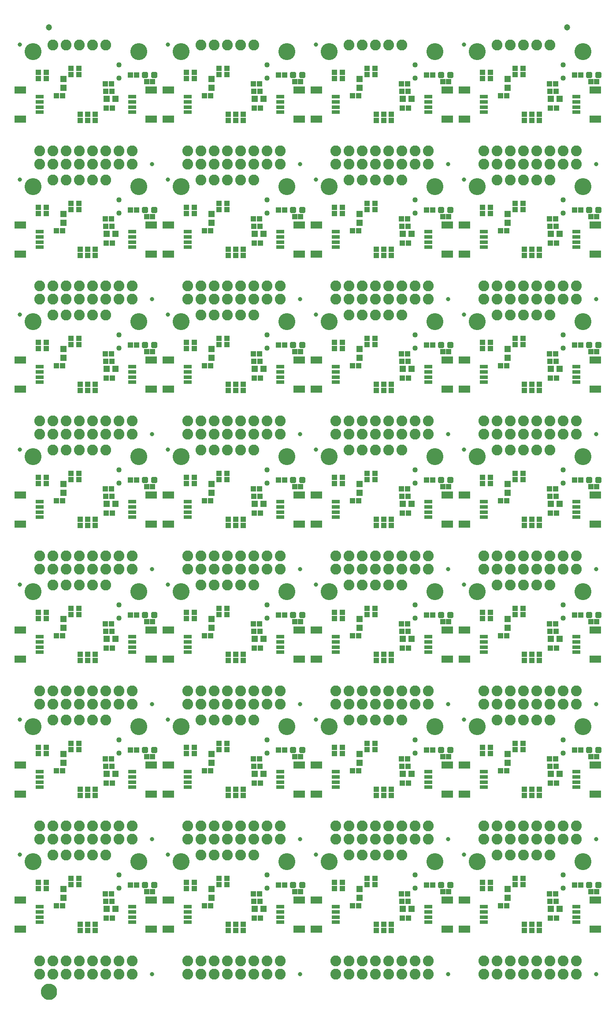
<source format=gbs>
G75*
%MOIN*%
%OFA0B0*%
%FSLAX25Y25*%
%IPPOS*%
%LPD*%
%AMOC8*
5,1,8,0,0,1.08239X$1,22.5*
%
%ADD10R,0.08674X0.05524*%
%ADD11R,0.06115X0.03162*%
%ADD12C,0.08200*%
%ADD13C,0.12800*%
%ADD14C,0.03300*%
%ADD15R,0.04343X0.04146*%
%ADD16R,0.04146X0.04343*%
%ADD17R,0.05131X0.04737*%
%ADD18C,0.01990*%
%ADD19C,0.04000*%
%ADD20R,0.04737X0.05131*%
%ADD21C,0.04737*%
%ADD22C,0.05000*%
%ADD23C,0.06706*%
D10*
X0048873Y0067726D03*
X0048873Y0089774D03*
X0048873Y0169726D03*
X0048873Y0191774D03*
X0048873Y0271726D03*
X0048873Y0293774D03*
X0048873Y0373726D03*
X0048873Y0395774D03*
X0048873Y0475726D03*
X0048873Y0497774D03*
X0048873Y0577726D03*
X0048873Y0599774D03*
X0048873Y0679726D03*
X0048873Y0701774D03*
X0147810Y0701774D03*
X0160873Y0701774D03*
X0160873Y0679726D03*
X0147810Y0679726D03*
X0147810Y0599774D03*
X0160873Y0599774D03*
X0160873Y0577726D03*
X0147810Y0577726D03*
X0147810Y0497774D03*
X0160873Y0497774D03*
X0160873Y0475726D03*
X0147810Y0475726D03*
X0147810Y0395774D03*
X0147810Y0373726D03*
X0160873Y0373726D03*
X0160873Y0395774D03*
X0160873Y0293774D03*
X0147810Y0293774D03*
X0147810Y0271726D03*
X0160873Y0271726D03*
X0160873Y0191774D03*
X0147810Y0191774D03*
X0147810Y0169726D03*
X0160873Y0169726D03*
X0160873Y0089774D03*
X0147810Y0089774D03*
X0147810Y0067726D03*
X0160873Y0067726D03*
X0259810Y0067726D03*
X0272873Y0067726D03*
X0272873Y0089774D03*
X0259810Y0089774D03*
X0259810Y0169726D03*
X0272873Y0169726D03*
X0272873Y0191774D03*
X0259810Y0191774D03*
X0259810Y0271726D03*
X0272873Y0271726D03*
X0272873Y0293774D03*
X0259810Y0293774D03*
X0259810Y0373726D03*
X0259810Y0395774D03*
X0272873Y0395774D03*
X0272873Y0373726D03*
X0272873Y0475726D03*
X0259810Y0475726D03*
X0259810Y0497774D03*
X0272873Y0497774D03*
X0272873Y0577726D03*
X0259810Y0577726D03*
X0259810Y0599774D03*
X0272873Y0599774D03*
X0272873Y0679726D03*
X0259810Y0679726D03*
X0259810Y0701774D03*
X0272873Y0701774D03*
X0371810Y0701774D03*
X0384873Y0701774D03*
X0384873Y0679726D03*
X0371810Y0679726D03*
X0371810Y0599774D03*
X0384873Y0599774D03*
X0384873Y0577726D03*
X0371810Y0577726D03*
X0371810Y0497774D03*
X0384873Y0497774D03*
X0384873Y0475726D03*
X0371810Y0475726D03*
X0371810Y0395774D03*
X0384873Y0395774D03*
X0384873Y0373726D03*
X0371810Y0373726D03*
X0371810Y0293774D03*
X0384873Y0293774D03*
X0384873Y0271726D03*
X0371810Y0271726D03*
X0371810Y0191774D03*
X0384873Y0191774D03*
X0384873Y0169726D03*
X0371810Y0169726D03*
X0371810Y0089774D03*
X0384873Y0089774D03*
X0384873Y0067726D03*
X0371810Y0067726D03*
X0483810Y0067726D03*
X0483810Y0089774D03*
X0483810Y0169726D03*
X0483810Y0191774D03*
X0483810Y0271726D03*
X0483810Y0293774D03*
X0483810Y0373726D03*
X0483810Y0395774D03*
X0483810Y0475726D03*
X0483810Y0497774D03*
X0483810Y0577726D03*
X0483810Y0599774D03*
X0483810Y0679726D03*
X0483810Y0701774D03*
D11*
X0469342Y0696656D03*
X0469342Y0692719D03*
X0469342Y0688781D03*
X0469342Y0684844D03*
X0469342Y0594656D03*
X0469342Y0590719D03*
X0469342Y0586781D03*
X0469342Y0582844D03*
X0399342Y0582844D03*
X0399342Y0586781D03*
X0399342Y0590719D03*
X0399342Y0594656D03*
X0357342Y0594656D03*
X0357342Y0590719D03*
X0357342Y0586781D03*
X0357342Y0582844D03*
X0287342Y0582844D03*
X0287342Y0586781D03*
X0287342Y0590719D03*
X0287342Y0594656D03*
X0245342Y0594656D03*
X0245342Y0590719D03*
X0245342Y0586781D03*
X0245342Y0582844D03*
X0175342Y0582844D03*
X0175342Y0586781D03*
X0175342Y0590719D03*
X0175342Y0594656D03*
X0133342Y0594656D03*
X0133342Y0590719D03*
X0133342Y0586781D03*
X0133342Y0582844D03*
X0063342Y0582844D03*
X0063342Y0586781D03*
X0063342Y0590719D03*
X0063342Y0594656D03*
X0063342Y0684844D03*
X0063342Y0688781D03*
X0063342Y0692719D03*
X0063342Y0696656D03*
X0133342Y0696656D03*
X0133342Y0692719D03*
X0133342Y0688781D03*
X0133342Y0684844D03*
X0175342Y0684844D03*
X0175342Y0688781D03*
X0175342Y0692719D03*
X0175342Y0696656D03*
X0245342Y0696656D03*
X0245342Y0692719D03*
X0245342Y0688781D03*
X0245342Y0684844D03*
X0287342Y0684844D03*
X0287342Y0688781D03*
X0287342Y0692719D03*
X0287342Y0696656D03*
X0357342Y0696656D03*
X0357342Y0692719D03*
X0357342Y0688781D03*
X0357342Y0684844D03*
X0399342Y0684844D03*
X0399342Y0688781D03*
X0399342Y0692719D03*
X0399342Y0696656D03*
X0399342Y0492656D03*
X0399342Y0488719D03*
X0399342Y0484781D03*
X0399342Y0480844D03*
X0357342Y0480844D03*
X0357342Y0484781D03*
X0357342Y0488719D03*
X0357342Y0492656D03*
X0287342Y0492656D03*
X0287342Y0488719D03*
X0287342Y0484781D03*
X0287342Y0480844D03*
X0245342Y0480844D03*
X0245342Y0484781D03*
X0245342Y0488719D03*
X0245342Y0492656D03*
X0175342Y0492656D03*
X0175342Y0488719D03*
X0175342Y0484781D03*
X0175342Y0480844D03*
X0133342Y0480844D03*
X0133342Y0484781D03*
X0133342Y0488719D03*
X0133342Y0492656D03*
X0063342Y0492656D03*
X0063342Y0488719D03*
X0063342Y0484781D03*
X0063342Y0480844D03*
X0063342Y0390656D03*
X0063342Y0386719D03*
X0063342Y0382781D03*
X0063342Y0378844D03*
X0063342Y0288656D03*
X0063342Y0284719D03*
X0063342Y0280781D03*
X0063342Y0276844D03*
X0063342Y0186656D03*
X0063342Y0182719D03*
X0063342Y0178781D03*
X0063342Y0174844D03*
X0063342Y0084656D03*
X0063342Y0080719D03*
X0063342Y0076781D03*
X0063342Y0072844D03*
X0133342Y0072844D03*
X0133342Y0076781D03*
X0133342Y0080719D03*
X0133342Y0084656D03*
X0175342Y0084656D03*
X0175342Y0080719D03*
X0175342Y0076781D03*
X0175342Y0072844D03*
X0245342Y0072844D03*
X0245342Y0076781D03*
X0245342Y0080719D03*
X0245342Y0084656D03*
X0287342Y0084656D03*
X0287342Y0080719D03*
X0287342Y0076781D03*
X0287342Y0072844D03*
X0357342Y0072844D03*
X0357342Y0076781D03*
X0357342Y0080719D03*
X0357342Y0084656D03*
X0399342Y0084656D03*
X0399342Y0080719D03*
X0399342Y0076781D03*
X0399342Y0072844D03*
X0469342Y0072844D03*
X0469342Y0076781D03*
X0469342Y0080719D03*
X0469342Y0084656D03*
X0469342Y0174844D03*
X0469342Y0178781D03*
X0469342Y0182719D03*
X0469342Y0186656D03*
X0469342Y0276844D03*
X0469342Y0280781D03*
X0469342Y0284719D03*
X0469342Y0288656D03*
X0469342Y0378844D03*
X0469342Y0382781D03*
X0469342Y0386719D03*
X0469342Y0390656D03*
X0469342Y0480844D03*
X0469342Y0484781D03*
X0469342Y0488719D03*
X0469342Y0492656D03*
X0399342Y0390656D03*
X0399342Y0386719D03*
X0399342Y0382781D03*
X0399342Y0378844D03*
X0357342Y0378844D03*
X0357342Y0382781D03*
X0357342Y0386719D03*
X0357342Y0390656D03*
X0287342Y0390656D03*
X0287342Y0386719D03*
X0287342Y0382781D03*
X0287342Y0378844D03*
X0245342Y0378844D03*
X0245342Y0382781D03*
X0245342Y0386719D03*
X0245342Y0390656D03*
X0175342Y0390656D03*
X0175342Y0386719D03*
X0175342Y0382781D03*
X0175342Y0378844D03*
X0133342Y0378844D03*
X0133342Y0382781D03*
X0133342Y0386719D03*
X0133342Y0390656D03*
X0133342Y0288656D03*
X0133342Y0284719D03*
X0133342Y0280781D03*
X0133342Y0276844D03*
X0175342Y0276844D03*
X0175342Y0280781D03*
X0175342Y0284719D03*
X0175342Y0288656D03*
X0245342Y0288656D03*
X0245342Y0284719D03*
X0245342Y0280781D03*
X0245342Y0276844D03*
X0287342Y0276844D03*
X0287342Y0280781D03*
X0287342Y0284719D03*
X0287342Y0288656D03*
X0357342Y0288656D03*
X0357342Y0284719D03*
X0357342Y0280781D03*
X0357342Y0276844D03*
X0399342Y0276844D03*
X0399342Y0280781D03*
X0399342Y0284719D03*
X0399342Y0288656D03*
X0399342Y0186656D03*
X0399342Y0182719D03*
X0399342Y0178781D03*
X0399342Y0174844D03*
X0357342Y0174844D03*
X0357342Y0178781D03*
X0357342Y0182719D03*
X0357342Y0186656D03*
X0287342Y0186656D03*
X0287342Y0182719D03*
X0287342Y0178781D03*
X0287342Y0174844D03*
X0245342Y0174844D03*
X0245342Y0178781D03*
X0245342Y0182719D03*
X0245342Y0186656D03*
X0175342Y0186656D03*
X0175342Y0182719D03*
X0175342Y0178781D03*
X0175342Y0174844D03*
X0133342Y0174844D03*
X0133342Y0178781D03*
X0133342Y0182719D03*
X0133342Y0186656D03*
D12*
X0113342Y0225750D03*
X0103342Y0225750D03*
X0093342Y0225750D03*
X0083342Y0225750D03*
X0073342Y0225750D03*
X0073342Y0237750D03*
X0073342Y0247750D03*
X0083342Y0247750D03*
X0093342Y0247750D03*
X0093342Y0237750D03*
X0083342Y0237750D03*
X0103342Y0237750D03*
X0103342Y0247750D03*
X0113342Y0247750D03*
X0123342Y0247750D03*
X0123342Y0237750D03*
X0113342Y0237750D03*
X0133342Y0237750D03*
X0133342Y0247750D03*
X0175342Y0247750D03*
X0175342Y0237750D03*
X0185342Y0237750D03*
X0195342Y0237750D03*
X0195342Y0247750D03*
X0185342Y0247750D03*
X0205342Y0247750D03*
X0205342Y0237750D03*
X0215342Y0237750D03*
X0215342Y0247750D03*
X0225342Y0247750D03*
X0235342Y0247750D03*
X0235342Y0237750D03*
X0225342Y0237750D03*
X0225342Y0225750D03*
X0215342Y0225750D03*
X0205342Y0225750D03*
X0195342Y0225750D03*
X0185342Y0225750D03*
X0185342Y0145750D03*
X0195342Y0145750D03*
X0205342Y0145750D03*
X0215342Y0145750D03*
X0225342Y0145750D03*
X0235342Y0145750D03*
X0245342Y0145750D03*
X0245342Y0135750D03*
X0235342Y0135750D03*
X0225342Y0135750D03*
X0225342Y0123750D03*
X0215342Y0123750D03*
X0215342Y0135750D03*
X0205342Y0135750D03*
X0205342Y0123750D03*
X0195342Y0123750D03*
X0185342Y0123750D03*
X0185342Y0135750D03*
X0195342Y0135750D03*
X0175342Y0135750D03*
X0175342Y0145750D03*
X0133342Y0145750D03*
X0133342Y0135750D03*
X0123342Y0135750D03*
X0113342Y0135750D03*
X0113342Y0123750D03*
X0103342Y0123750D03*
X0103342Y0135750D03*
X0103342Y0145750D03*
X0113342Y0145750D03*
X0123342Y0145750D03*
X0093342Y0145750D03*
X0083342Y0145750D03*
X0083342Y0135750D03*
X0093342Y0135750D03*
X0093342Y0123750D03*
X0083342Y0123750D03*
X0073342Y0123750D03*
X0073342Y0135750D03*
X0073342Y0145750D03*
X0063342Y0145750D03*
X0063342Y0135750D03*
X0063342Y0043750D03*
X0063342Y0033750D03*
X0073342Y0033750D03*
X0073342Y0043750D03*
X0083342Y0043750D03*
X0093342Y0043750D03*
X0093342Y0033750D03*
X0083342Y0033750D03*
X0103342Y0033750D03*
X0103342Y0043750D03*
X0113342Y0043750D03*
X0123342Y0043750D03*
X0123342Y0033750D03*
X0113342Y0033750D03*
X0133342Y0033750D03*
X0133342Y0043750D03*
X0175342Y0043750D03*
X0175342Y0033750D03*
X0185342Y0033750D03*
X0195342Y0033750D03*
X0195342Y0043750D03*
X0185342Y0043750D03*
X0205342Y0043750D03*
X0205342Y0033750D03*
X0215342Y0033750D03*
X0215342Y0043750D03*
X0225342Y0043750D03*
X0235342Y0043750D03*
X0235342Y0033750D03*
X0225342Y0033750D03*
X0245342Y0033750D03*
X0245342Y0043750D03*
X0287342Y0043750D03*
X0287342Y0033750D03*
X0297342Y0033750D03*
X0307342Y0033750D03*
X0307342Y0043750D03*
X0297342Y0043750D03*
X0317342Y0043750D03*
X0317342Y0033750D03*
X0327342Y0033750D03*
X0337342Y0033750D03*
X0337342Y0043750D03*
X0327342Y0043750D03*
X0347342Y0043750D03*
X0347342Y0033750D03*
X0357342Y0033750D03*
X0357342Y0043750D03*
X0399342Y0043750D03*
X0399342Y0033750D03*
X0409342Y0033750D03*
X0419342Y0033750D03*
X0419342Y0043750D03*
X0409342Y0043750D03*
X0429342Y0043750D03*
X0429342Y0033750D03*
X0439342Y0033750D03*
X0449342Y0033750D03*
X0449342Y0043750D03*
X0439342Y0043750D03*
X0459342Y0043750D03*
X0459342Y0033750D03*
X0469342Y0033750D03*
X0469342Y0043750D03*
X0449342Y0123750D03*
X0439342Y0123750D03*
X0439342Y0135750D03*
X0449342Y0135750D03*
X0459342Y0135750D03*
X0469342Y0135750D03*
X0469342Y0145750D03*
X0459342Y0145750D03*
X0449342Y0145750D03*
X0439342Y0145750D03*
X0429342Y0145750D03*
X0429342Y0135750D03*
X0429342Y0123750D03*
X0419342Y0123750D03*
X0409342Y0123750D03*
X0409342Y0135750D03*
X0419342Y0135750D03*
X0419342Y0145750D03*
X0409342Y0145750D03*
X0399342Y0145750D03*
X0399342Y0135750D03*
X0357342Y0135750D03*
X0357342Y0145750D03*
X0347342Y0145750D03*
X0347342Y0135750D03*
X0337342Y0135750D03*
X0327342Y0135750D03*
X0327342Y0123750D03*
X0337342Y0123750D03*
X0317342Y0123750D03*
X0317342Y0135750D03*
X0317342Y0145750D03*
X0327342Y0145750D03*
X0337342Y0145750D03*
X0307342Y0145750D03*
X0297342Y0145750D03*
X0297342Y0135750D03*
X0307342Y0135750D03*
X0307342Y0123750D03*
X0297342Y0123750D03*
X0287342Y0135750D03*
X0287342Y0145750D03*
X0297342Y0225750D03*
X0307342Y0225750D03*
X0317342Y0225750D03*
X0327342Y0225750D03*
X0337342Y0225750D03*
X0337342Y0237750D03*
X0337342Y0247750D03*
X0327342Y0247750D03*
X0327342Y0237750D03*
X0317342Y0237750D03*
X0317342Y0247750D03*
X0307342Y0247750D03*
X0307342Y0237750D03*
X0297342Y0237750D03*
X0297342Y0247750D03*
X0287342Y0247750D03*
X0287342Y0237750D03*
X0245342Y0237750D03*
X0245342Y0247750D03*
X0225342Y0327750D03*
X0225342Y0339750D03*
X0235342Y0339750D03*
X0245342Y0339750D03*
X0245342Y0349750D03*
X0235342Y0349750D03*
X0225342Y0349750D03*
X0215342Y0349750D03*
X0215342Y0339750D03*
X0215342Y0327750D03*
X0205342Y0327750D03*
X0205342Y0339750D03*
X0205342Y0349750D03*
X0195342Y0349750D03*
X0185342Y0349750D03*
X0185342Y0339750D03*
X0195342Y0339750D03*
X0195342Y0327750D03*
X0185342Y0327750D03*
X0175342Y0339750D03*
X0175342Y0349750D03*
X0133342Y0349750D03*
X0133342Y0339750D03*
X0123342Y0339750D03*
X0113342Y0339750D03*
X0113342Y0327750D03*
X0103342Y0327750D03*
X0103342Y0339750D03*
X0103342Y0349750D03*
X0113342Y0349750D03*
X0123342Y0349750D03*
X0093342Y0349750D03*
X0083342Y0349750D03*
X0083342Y0339750D03*
X0093342Y0339750D03*
X0093342Y0327750D03*
X0083342Y0327750D03*
X0073342Y0327750D03*
X0073342Y0339750D03*
X0073342Y0349750D03*
X0063342Y0349750D03*
X0063342Y0339750D03*
X0063342Y0247750D03*
X0063342Y0237750D03*
X0073342Y0429750D03*
X0073342Y0441750D03*
X0073342Y0451750D03*
X0083342Y0451750D03*
X0093342Y0451750D03*
X0093342Y0441750D03*
X0083342Y0441750D03*
X0083342Y0429750D03*
X0093342Y0429750D03*
X0103342Y0429750D03*
X0103342Y0441750D03*
X0103342Y0451750D03*
X0113342Y0451750D03*
X0123342Y0451750D03*
X0123342Y0441750D03*
X0113342Y0441750D03*
X0113342Y0429750D03*
X0133342Y0441750D03*
X0133342Y0451750D03*
X0175342Y0451750D03*
X0175342Y0441750D03*
X0185342Y0441750D03*
X0195342Y0441750D03*
X0195342Y0451750D03*
X0185342Y0451750D03*
X0185342Y0429750D03*
X0195342Y0429750D03*
X0205342Y0429750D03*
X0205342Y0441750D03*
X0205342Y0451750D03*
X0215342Y0451750D03*
X0215342Y0441750D03*
X0215342Y0429750D03*
X0225342Y0429750D03*
X0225342Y0441750D03*
X0235342Y0441750D03*
X0235342Y0451750D03*
X0225342Y0451750D03*
X0245342Y0451750D03*
X0245342Y0441750D03*
X0287342Y0441750D03*
X0287342Y0451750D03*
X0297342Y0451750D03*
X0307342Y0451750D03*
X0307342Y0441750D03*
X0297342Y0441750D03*
X0297342Y0429750D03*
X0307342Y0429750D03*
X0317342Y0429750D03*
X0317342Y0441750D03*
X0317342Y0451750D03*
X0327342Y0451750D03*
X0337342Y0451750D03*
X0337342Y0441750D03*
X0327342Y0441750D03*
X0327342Y0429750D03*
X0337342Y0429750D03*
X0347342Y0441750D03*
X0347342Y0451750D03*
X0357342Y0451750D03*
X0357342Y0441750D03*
X0399342Y0441750D03*
X0399342Y0451750D03*
X0409342Y0451750D03*
X0419342Y0451750D03*
X0419342Y0441750D03*
X0409342Y0441750D03*
X0409342Y0429750D03*
X0419342Y0429750D03*
X0429342Y0429750D03*
X0429342Y0441750D03*
X0429342Y0451750D03*
X0439342Y0451750D03*
X0449342Y0451750D03*
X0449342Y0441750D03*
X0439342Y0441750D03*
X0439342Y0429750D03*
X0449342Y0429750D03*
X0459342Y0441750D03*
X0459342Y0451750D03*
X0469342Y0451750D03*
X0469342Y0441750D03*
X0469342Y0349750D03*
X0469342Y0339750D03*
X0459342Y0339750D03*
X0459342Y0349750D03*
X0449342Y0349750D03*
X0439342Y0349750D03*
X0439342Y0339750D03*
X0449342Y0339750D03*
X0449342Y0327750D03*
X0439342Y0327750D03*
X0429342Y0327750D03*
X0429342Y0339750D03*
X0429342Y0349750D03*
X0419342Y0349750D03*
X0409342Y0349750D03*
X0409342Y0339750D03*
X0419342Y0339750D03*
X0419342Y0327750D03*
X0409342Y0327750D03*
X0399342Y0339750D03*
X0399342Y0349750D03*
X0357342Y0349750D03*
X0357342Y0339750D03*
X0347342Y0339750D03*
X0347342Y0349750D03*
X0337342Y0349750D03*
X0327342Y0349750D03*
X0327342Y0339750D03*
X0337342Y0339750D03*
X0337342Y0327750D03*
X0327342Y0327750D03*
X0317342Y0327750D03*
X0317342Y0339750D03*
X0317342Y0349750D03*
X0307342Y0349750D03*
X0297342Y0349750D03*
X0297342Y0339750D03*
X0307342Y0339750D03*
X0307342Y0327750D03*
X0297342Y0327750D03*
X0287342Y0339750D03*
X0287342Y0349750D03*
X0347342Y0247750D03*
X0347342Y0237750D03*
X0357342Y0237750D03*
X0357342Y0247750D03*
X0399342Y0247750D03*
X0399342Y0237750D03*
X0409342Y0237750D03*
X0419342Y0237750D03*
X0419342Y0247750D03*
X0409342Y0247750D03*
X0429342Y0247750D03*
X0429342Y0237750D03*
X0439342Y0237750D03*
X0449342Y0237750D03*
X0449342Y0247750D03*
X0439342Y0247750D03*
X0459342Y0247750D03*
X0459342Y0237750D03*
X0469342Y0237750D03*
X0469342Y0247750D03*
X0449342Y0225750D03*
X0439342Y0225750D03*
X0429342Y0225750D03*
X0419342Y0225750D03*
X0409342Y0225750D03*
X0409342Y0531750D03*
X0419342Y0531750D03*
X0429342Y0531750D03*
X0439342Y0531750D03*
X0449342Y0531750D03*
X0449342Y0543750D03*
X0449342Y0553750D03*
X0439342Y0553750D03*
X0439342Y0543750D03*
X0429342Y0543750D03*
X0429342Y0553750D03*
X0419342Y0553750D03*
X0419342Y0543750D03*
X0409342Y0543750D03*
X0409342Y0553750D03*
X0399342Y0553750D03*
X0399342Y0543750D03*
X0357342Y0543750D03*
X0357342Y0553750D03*
X0347342Y0553750D03*
X0347342Y0543750D03*
X0337342Y0543750D03*
X0337342Y0553750D03*
X0327342Y0553750D03*
X0327342Y0543750D03*
X0317342Y0543750D03*
X0317342Y0553750D03*
X0307342Y0553750D03*
X0307342Y0543750D03*
X0297342Y0543750D03*
X0297342Y0553750D03*
X0287342Y0553750D03*
X0287342Y0543750D03*
X0297342Y0531750D03*
X0307342Y0531750D03*
X0317342Y0531750D03*
X0327342Y0531750D03*
X0337342Y0531750D03*
X0337342Y0633750D03*
X0327342Y0633750D03*
X0327342Y0645750D03*
X0337342Y0645750D03*
X0347342Y0645750D03*
X0357342Y0645750D03*
X0357342Y0655750D03*
X0347342Y0655750D03*
X0337342Y0655750D03*
X0327342Y0655750D03*
X0317342Y0655750D03*
X0317342Y0645750D03*
X0317342Y0633750D03*
X0307342Y0633750D03*
X0297342Y0633750D03*
X0297342Y0645750D03*
X0307342Y0645750D03*
X0307342Y0655750D03*
X0297342Y0655750D03*
X0287342Y0655750D03*
X0287342Y0645750D03*
X0245342Y0645750D03*
X0245342Y0655750D03*
X0235342Y0655750D03*
X0225342Y0655750D03*
X0225342Y0645750D03*
X0235342Y0645750D03*
X0225342Y0633750D03*
X0215342Y0633750D03*
X0215342Y0645750D03*
X0215342Y0655750D03*
X0205342Y0655750D03*
X0205342Y0645750D03*
X0205342Y0633750D03*
X0195342Y0633750D03*
X0185342Y0633750D03*
X0185342Y0645750D03*
X0195342Y0645750D03*
X0195342Y0655750D03*
X0185342Y0655750D03*
X0175342Y0655750D03*
X0175342Y0645750D03*
X0133342Y0645750D03*
X0133342Y0655750D03*
X0123342Y0655750D03*
X0113342Y0655750D03*
X0113342Y0645750D03*
X0123342Y0645750D03*
X0113342Y0633750D03*
X0103342Y0633750D03*
X0103342Y0645750D03*
X0103342Y0655750D03*
X0093342Y0655750D03*
X0083342Y0655750D03*
X0083342Y0645750D03*
X0093342Y0645750D03*
X0093342Y0633750D03*
X0083342Y0633750D03*
X0073342Y0633750D03*
X0073342Y0645750D03*
X0073342Y0655750D03*
X0063342Y0655750D03*
X0063342Y0645750D03*
X0073342Y0735750D03*
X0083342Y0735750D03*
X0093342Y0735750D03*
X0103342Y0735750D03*
X0113342Y0735750D03*
X0185342Y0735750D03*
X0195342Y0735750D03*
X0205342Y0735750D03*
X0215342Y0735750D03*
X0225342Y0735750D03*
X0297342Y0735750D03*
X0307342Y0735750D03*
X0317342Y0735750D03*
X0327342Y0735750D03*
X0337342Y0735750D03*
X0399342Y0655750D03*
X0409342Y0655750D03*
X0419342Y0655750D03*
X0429342Y0655750D03*
X0439342Y0655750D03*
X0449342Y0655750D03*
X0459342Y0655750D03*
X0469342Y0655750D03*
X0469342Y0645750D03*
X0459342Y0645750D03*
X0449342Y0645750D03*
X0439342Y0645750D03*
X0439342Y0633750D03*
X0449342Y0633750D03*
X0429342Y0633750D03*
X0429342Y0645750D03*
X0419342Y0645750D03*
X0409342Y0645750D03*
X0409342Y0633750D03*
X0419342Y0633750D03*
X0399342Y0645750D03*
X0409342Y0735750D03*
X0419342Y0735750D03*
X0429342Y0735750D03*
X0439342Y0735750D03*
X0449342Y0735750D03*
X0459342Y0553750D03*
X0459342Y0543750D03*
X0469342Y0543750D03*
X0469342Y0553750D03*
X0245342Y0553750D03*
X0245342Y0543750D03*
X0235342Y0543750D03*
X0235342Y0553750D03*
X0225342Y0553750D03*
X0225342Y0543750D03*
X0215342Y0543750D03*
X0215342Y0553750D03*
X0205342Y0553750D03*
X0205342Y0543750D03*
X0195342Y0543750D03*
X0195342Y0553750D03*
X0185342Y0553750D03*
X0185342Y0543750D03*
X0175342Y0543750D03*
X0175342Y0553750D03*
X0185342Y0531750D03*
X0195342Y0531750D03*
X0205342Y0531750D03*
X0215342Y0531750D03*
X0225342Y0531750D03*
X0133342Y0543750D03*
X0133342Y0553750D03*
X0123342Y0553750D03*
X0123342Y0543750D03*
X0113342Y0543750D03*
X0113342Y0553750D03*
X0103342Y0553750D03*
X0103342Y0543750D03*
X0093342Y0543750D03*
X0093342Y0553750D03*
X0083342Y0553750D03*
X0083342Y0543750D03*
X0073342Y0543750D03*
X0073342Y0553750D03*
X0063342Y0553750D03*
X0063342Y0543750D03*
X0073342Y0531750D03*
X0083342Y0531750D03*
X0093342Y0531750D03*
X0103342Y0531750D03*
X0113342Y0531750D03*
X0063342Y0451750D03*
X0063342Y0441750D03*
D13*
X0058342Y0424750D03*
X0058342Y0322750D03*
X0058342Y0220750D03*
X0058342Y0118750D03*
X0138342Y0118750D03*
X0170342Y0118750D03*
X0170342Y0220750D03*
X0138342Y0220750D03*
X0138342Y0322750D03*
X0170342Y0322750D03*
X0170342Y0424750D03*
X0138342Y0424750D03*
X0138342Y0526750D03*
X0170342Y0526750D03*
X0170342Y0628750D03*
X0138342Y0628750D03*
X0138342Y0730750D03*
X0170342Y0730750D03*
X0250342Y0730750D03*
X0282342Y0730750D03*
X0282342Y0628750D03*
X0250342Y0628750D03*
X0250342Y0526750D03*
X0282342Y0526750D03*
X0282342Y0424750D03*
X0250342Y0424750D03*
X0250342Y0322750D03*
X0282342Y0322750D03*
X0282342Y0220750D03*
X0250342Y0220750D03*
X0250342Y0118750D03*
X0282342Y0118750D03*
X0362342Y0118750D03*
X0394342Y0118750D03*
X0394342Y0220750D03*
X0362342Y0220750D03*
X0362342Y0322750D03*
X0394342Y0322750D03*
X0394342Y0424750D03*
X0362342Y0424750D03*
X0362342Y0526750D03*
X0394342Y0526750D03*
X0394342Y0628750D03*
X0362342Y0628750D03*
X0362342Y0730750D03*
X0394342Y0730750D03*
X0474342Y0730750D03*
X0474342Y0628750D03*
X0474342Y0526750D03*
X0474342Y0424750D03*
X0474342Y0322750D03*
X0474342Y0220750D03*
X0474342Y0118750D03*
X0058342Y0526750D03*
X0058342Y0628750D03*
X0058342Y0730750D03*
D14*
X0048442Y0736050D03*
X0048442Y0634050D03*
X0048442Y0532050D03*
X0048442Y0430050D03*
X0048442Y0328050D03*
X0048442Y0226050D03*
X0048442Y0124050D03*
X0148342Y0135750D03*
X0160442Y0124050D03*
X0148342Y0033750D03*
X0260342Y0033750D03*
X0272442Y0124050D03*
X0260342Y0135750D03*
X0272442Y0226050D03*
X0260342Y0237750D03*
X0272442Y0328050D03*
X0260342Y0339750D03*
X0272442Y0430050D03*
X0260342Y0441750D03*
X0272442Y0532050D03*
X0260342Y0543750D03*
X0272442Y0634050D03*
X0260342Y0645750D03*
X0272442Y0736050D03*
X0372342Y0645750D03*
X0384442Y0634050D03*
X0372342Y0543750D03*
X0384442Y0532050D03*
X0372342Y0441750D03*
X0384442Y0430050D03*
X0372342Y0339750D03*
X0384442Y0328050D03*
X0372342Y0237750D03*
X0384442Y0226050D03*
X0372342Y0135750D03*
X0384442Y0124050D03*
X0372342Y0033750D03*
X0484342Y0033750D03*
X0484342Y0135750D03*
X0484342Y0237750D03*
X0484342Y0339750D03*
X0484342Y0441750D03*
X0484342Y0543750D03*
X0484342Y0645750D03*
X0384442Y0736050D03*
X0160442Y0736050D03*
X0148342Y0645750D03*
X0160442Y0634050D03*
X0148342Y0543750D03*
X0160442Y0532050D03*
X0148342Y0441750D03*
X0160442Y0430050D03*
X0148342Y0339750D03*
X0160442Y0328050D03*
X0148342Y0237750D03*
X0160442Y0226050D03*
D15*
X0174542Y0204933D03*
X0174542Y0200367D03*
X0180342Y0200367D03*
X0180342Y0204933D03*
X0199242Y0203367D03*
X0199242Y0207933D03*
X0205042Y0207933D03*
X0205042Y0203367D03*
X0206242Y0173233D03*
X0206242Y0168667D03*
X0211742Y0168667D03*
X0211742Y0173233D03*
X0217342Y0173233D03*
X0217342Y0168667D03*
X0205042Y0105933D03*
X0205042Y0101367D03*
X0199242Y0101367D03*
X0199242Y0105933D03*
X0180342Y0102933D03*
X0180342Y0098367D03*
X0174542Y0098367D03*
X0174542Y0102933D03*
X0206242Y0071233D03*
X0206242Y0066667D03*
X0211742Y0066667D03*
X0211742Y0071233D03*
X0217342Y0071233D03*
X0217342Y0066667D03*
X0286542Y0098367D03*
X0286542Y0102933D03*
X0292342Y0102933D03*
X0292342Y0098367D03*
X0311242Y0101367D03*
X0311242Y0105933D03*
X0317042Y0105933D03*
X0317042Y0101367D03*
X0318242Y0071233D03*
X0318242Y0066667D03*
X0323742Y0066667D03*
X0323742Y0071233D03*
X0329342Y0071233D03*
X0329342Y0066667D03*
X0398542Y0098367D03*
X0398542Y0102933D03*
X0404342Y0102933D03*
X0404342Y0098367D03*
X0423242Y0101367D03*
X0423242Y0105933D03*
X0429042Y0105933D03*
X0429042Y0101367D03*
X0430242Y0071233D03*
X0430242Y0066667D03*
X0435742Y0066667D03*
X0435742Y0071233D03*
X0441342Y0071233D03*
X0441342Y0066667D03*
X0441342Y0168667D03*
X0441342Y0173233D03*
X0435742Y0173233D03*
X0435742Y0168667D03*
X0430242Y0168667D03*
X0430242Y0173233D03*
X0429042Y0203367D03*
X0429042Y0207933D03*
X0423242Y0207933D03*
X0423242Y0203367D03*
X0404342Y0204933D03*
X0404342Y0200367D03*
X0398542Y0200367D03*
X0398542Y0204933D03*
X0430242Y0270667D03*
X0430242Y0275233D03*
X0435742Y0275233D03*
X0435742Y0270667D03*
X0441342Y0270667D03*
X0441342Y0275233D03*
X0429042Y0305367D03*
X0429042Y0309933D03*
X0423242Y0309933D03*
X0423242Y0305367D03*
X0404342Y0306933D03*
X0404342Y0302367D03*
X0398542Y0302367D03*
X0398542Y0306933D03*
X0430242Y0372667D03*
X0430242Y0377233D03*
X0435742Y0377233D03*
X0435742Y0372667D03*
X0441342Y0372667D03*
X0441342Y0377233D03*
X0429042Y0407367D03*
X0429042Y0411933D03*
X0423242Y0411933D03*
X0423242Y0407367D03*
X0404342Y0408933D03*
X0404342Y0404367D03*
X0398542Y0404367D03*
X0398542Y0408933D03*
X0430242Y0474667D03*
X0430242Y0479233D03*
X0435742Y0479233D03*
X0435742Y0474667D03*
X0441342Y0474667D03*
X0441342Y0479233D03*
X0429042Y0509367D03*
X0429042Y0513933D03*
X0423242Y0513933D03*
X0423242Y0509367D03*
X0404342Y0510933D03*
X0404342Y0506367D03*
X0398542Y0506367D03*
X0398542Y0510933D03*
X0430242Y0576667D03*
X0430242Y0581233D03*
X0435742Y0581233D03*
X0435742Y0576667D03*
X0441342Y0576667D03*
X0441342Y0581233D03*
X0429042Y0611367D03*
X0429042Y0615933D03*
X0423242Y0615933D03*
X0423242Y0611367D03*
X0404342Y0612933D03*
X0404342Y0608367D03*
X0398542Y0608367D03*
X0398542Y0612933D03*
X0430242Y0678667D03*
X0430242Y0683233D03*
X0435742Y0683233D03*
X0435742Y0678667D03*
X0441342Y0678667D03*
X0441342Y0683233D03*
X0429042Y0713367D03*
X0429042Y0717933D03*
X0423242Y0717933D03*
X0423242Y0713367D03*
X0404342Y0714933D03*
X0404342Y0710367D03*
X0398542Y0710367D03*
X0398542Y0714933D03*
X0329342Y0683233D03*
X0329342Y0678667D03*
X0323742Y0678667D03*
X0323742Y0683233D03*
X0318242Y0683233D03*
X0318242Y0678667D03*
X0292342Y0710367D03*
X0292342Y0714933D03*
X0286542Y0714933D03*
X0286542Y0710367D03*
X0311242Y0713367D03*
X0311242Y0717933D03*
X0317042Y0717933D03*
X0317042Y0713367D03*
X0317042Y0615933D03*
X0317042Y0611367D03*
X0311242Y0611367D03*
X0311242Y0615933D03*
X0292342Y0612933D03*
X0292342Y0608367D03*
X0286542Y0608367D03*
X0286542Y0612933D03*
X0318242Y0581233D03*
X0318242Y0576667D03*
X0323742Y0576667D03*
X0323742Y0581233D03*
X0329342Y0581233D03*
X0329342Y0576667D03*
X0317042Y0513933D03*
X0317042Y0509367D03*
X0311242Y0509367D03*
X0311242Y0513933D03*
X0292342Y0510933D03*
X0292342Y0506367D03*
X0286542Y0506367D03*
X0286542Y0510933D03*
X0318242Y0479233D03*
X0318242Y0474667D03*
X0323742Y0474667D03*
X0323742Y0479233D03*
X0329342Y0479233D03*
X0329342Y0474667D03*
X0317042Y0411933D03*
X0317042Y0407367D03*
X0311242Y0407367D03*
X0311242Y0411933D03*
X0292342Y0408933D03*
X0292342Y0404367D03*
X0286542Y0404367D03*
X0286542Y0408933D03*
X0318242Y0377233D03*
X0318242Y0372667D03*
X0323742Y0372667D03*
X0323742Y0377233D03*
X0329342Y0377233D03*
X0329342Y0372667D03*
X0317042Y0309933D03*
X0317042Y0305367D03*
X0311242Y0305367D03*
X0311242Y0309933D03*
X0292342Y0306933D03*
X0292342Y0302367D03*
X0286542Y0302367D03*
X0286542Y0306933D03*
X0318242Y0275233D03*
X0318242Y0270667D03*
X0323742Y0270667D03*
X0323742Y0275233D03*
X0329342Y0275233D03*
X0329342Y0270667D03*
X0317042Y0207933D03*
X0317042Y0203367D03*
X0311242Y0203367D03*
X0311242Y0207933D03*
X0292342Y0204933D03*
X0292342Y0200367D03*
X0286542Y0200367D03*
X0286542Y0204933D03*
X0318242Y0173233D03*
X0318242Y0168667D03*
X0323742Y0168667D03*
X0323742Y0173233D03*
X0329342Y0173233D03*
X0329342Y0168667D03*
X0217342Y0270667D03*
X0217342Y0275233D03*
X0211742Y0275233D03*
X0211742Y0270667D03*
X0206242Y0270667D03*
X0206242Y0275233D03*
X0205042Y0305367D03*
X0205042Y0309933D03*
X0199242Y0309933D03*
X0199242Y0305367D03*
X0180342Y0306933D03*
X0180342Y0302367D03*
X0174542Y0302367D03*
X0174542Y0306933D03*
X0206242Y0372667D03*
X0206242Y0377233D03*
X0211742Y0377233D03*
X0211742Y0372667D03*
X0217342Y0372667D03*
X0217342Y0377233D03*
X0205042Y0407367D03*
X0205042Y0411933D03*
X0199242Y0411933D03*
X0199242Y0407367D03*
X0180342Y0408933D03*
X0180342Y0404367D03*
X0174542Y0404367D03*
X0174542Y0408933D03*
X0206242Y0474667D03*
X0206242Y0479233D03*
X0211742Y0479233D03*
X0211742Y0474667D03*
X0217342Y0474667D03*
X0217342Y0479233D03*
X0205042Y0509367D03*
X0205042Y0513933D03*
X0199242Y0513933D03*
X0199242Y0509367D03*
X0180342Y0510933D03*
X0180342Y0506367D03*
X0174542Y0506367D03*
X0174542Y0510933D03*
X0206242Y0576667D03*
X0206242Y0581233D03*
X0211742Y0581233D03*
X0211742Y0576667D03*
X0217342Y0576667D03*
X0217342Y0581233D03*
X0205042Y0611367D03*
X0205042Y0615933D03*
X0199242Y0615933D03*
X0199242Y0611367D03*
X0180342Y0612933D03*
X0180342Y0608367D03*
X0174542Y0608367D03*
X0174542Y0612933D03*
X0206242Y0678667D03*
X0206242Y0683233D03*
X0211742Y0683233D03*
X0211742Y0678667D03*
X0217342Y0678667D03*
X0217342Y0683233D03*
X0205042Y0713367D03*
X0205042Y0717933D03*
X0199242Y0717933D03*
X0199242Y0713367D03*
X0180342Y0714933D03*
X0180342Y0710367D03*
X0174542Y0710367D03*
X0174542Y0714933D03*
X0105342Y0683233D03*
X0105342Y0678667D03*
X0099742Y0678667D03*
X0099742Y0683233D03*
X0094242Y0683233D03*
X0094242Y0678667D03*
X0068342Y0710367D03*
X0068342Y0714933D03*
X0062542Y0714933D03*
X0062542Y0710367D03*
X0087242Y0713367D03*
X0087242Y0717933D03*
X0093042Y0717933D03*
X0093042Y0713367D03*
X0093042Y0615933D03*
X0093042Y0611367D03*
X0087242Y0611367D03*
X0087242Y0615933D03*
X0068342Y0612933D03*
X0068342Y0608367D03*
X0062542Y0608367D03*
X0062542Y0612933D03*
X0094242Y0581233D03*
X0094242Y0576667D03*
X0099742Y0576667D03*
X0099742Y0581233D03*
X0105342Y0581233D03*
X0105342Y0576667D03*
X0093042Y0513933D03*
X0093042Y0509367D03*
X0087242Y0509367D03*
X0087242Y0513933D03*
X0068342Y0510933D03*
X0068342Y0506367D03*
X0062542Y0506367D03*
X0062542Y0510933D03*
X0094242Y0479233D03*
X0094242Y0474667D03*
X0099742Y0474667D03*
X0099742Y0479233D03*
X0105342Y0479233D03*
X0105342Y0474667D03*
X0093042Y0411933D03*
X0093042Y0407367D03*
X0087242Y0407367D03*
X0087242Y0411933D03*
X0068342Y0408933D03*
X0068342Y0404367D03*
X0062542Y0404367D03*
X0062542Y0408933D03*
X0094242Y0377233D03*
X0094242Y0372667D03*
X0099742Y0372667D03*
X0099742Y0377233D03*
X0105342Y0377233D03*
X0105342Y0372667D03*
X0093042Y0309933D03*
X0093042Y0305367D03*
X0087242Y0305367D03*
X0087242Y0309933D03*
X0068342Y0306933D03*
X0068342Y0302367D03*
X0062542Y0302367D03*
X0062542Y0306933D03*
X0094242Y0275233D03*
X0094242Y0270667D03*
X0099742Y0270667D03*
X0099742Y0275233D03*
X0105342Y0275233D03*
X0105342Y0270667D03*
X0093042Y0207933D03*
X0093042Y0203367D03*
X0087242Y0203367D03*
X0087242Y0207933D03*
X0068342Y0204933D03*
X0068342Y0200367D03*
X0062542Y0200367D03*
X0062542Y0204933D03*
X0094242Y0173233D03*
X0094242Y0168667D03*
X0099742Y0168667D03*
X0099742Y0173233D03*
X0105342Y0173233D03*
X0105342Y0168667D03*
X0093042Y0105933D03*
X0093042Y0101367D03*
X0087242Y0101367D03*
X0087242Y0105933D03*
X0068342Y0102933D03*
X0068342Y0098367D03*
X0062542Y0098367D03*
X0062542Y0102933D03*
X0094242Y0071233D03*
X0094242Y0066667D03*
X0099742Y0066667D03*
X0099742Y0071233D03*
X0105342Y0071233D03*
X0105342Y0066667D03*
D16*
X0113858Y0076150D03*
X0118425Y0076150D03*
X0118025Y0088750D03*
X0113458Y0088750D03*
X0113158Y0094250D03*
X0117725Y0094250D03*
X0132058Y0101050D03*
X0136625Y0101050D03*
X0144358Y0095850D03*
X0148925Y0095850D03*
X0188058Y0085250D03*
X0192625Y0085250D03*
X0225458Y0088750D03*
X0230025Y0088750D03*
X0229725Y0094250D03*
X0225158Y0094250D03*
X0225858Y0076150D03*
X0230425Y0076150D03*
X0244058Y0101050D03*
X0248625Y0101050D03*
X0256358Y0095850D03*
X0260925Y0095850D03*
X0300058Y0085250D03*
X0304625Y0085250D03*
X0337458Y0088750D03*
X0342025Y0088750D03*
X0341725Y0094250D03*
X0337158Y0094250D03*
X0337858Y0076150D03*
X0342425Y0076150D03*
X0356058Y0101050D03*
X0360625Y0101050D03*
X0368358Y0095850D03*
X0372925Y0095850D03*
X0412058Y0085250D03*
X0416625Y0085250D03*
X0449458Y0088750D03*
X0454025Y0088750D03*
X0453725Y0094250D03*
X0449158Y0094250D03*
X0449858Y0076150D03*
X0454425Y0076150D03*
X0468058Y0101050D03*
X0472625Y0101050D03*
X0480358Y0095850D03*
X0484925Y0095850D03*
X0454425Y0178150D03*
X0449858Y0178150D03*
X0449458Y0190750D03*
X0454025Y0190750D03*
X0453725Y0196250D03*
X0449158Y0196250D03*
X0468058Y0203050D03*
X0472625Y0203050D03*
X0480358Y0197850D03*
X0484925Y0197850D03*
X0454425Y0280150D03*
X0449858Y0280150D03*
X0449458Y0292750D03*
X0454025Y0292750D03*
X0453725Y0298250D03*
X0449158Y0298250D03*
X0468058Y0305050D03*
X0472625Y0305050D03*
X0480358Y0299850D03*
X0484925Y0299850D03*
X0454425Y0382150D03*
X0449858Y0382150D03*
X0449458Y0394750D03*
X0454025Y0394750D03*
X0453725Y0400250D03*
X0449158Y0400250D03*
X0468058Y0407050D03*
X0472625Y0407050D03*
X0480358Y0401850D03*
X0484925Y0401850D03*
X0454425Y0484150D03*
X0449858Y0484150D03*
X0449458Y0496750D03*
X0454025Y0496750D03*
X0453725Y0502250D03*
X0449158Y0502250D03*
X0468058Y0509050D03*
X0472625Y0509050D03*
X0480358Y0503850D03*
X0484925Y0503850D03*
X0454425Y0586150D03*
X0449858Y0586150D03*
X0449458Y0598750D03*
X0454025Y0598750D03*
X0453725Y0604250D03*
X0449158Y0604250D03*
X0468058Y0611050D03*
X0472625Y0611050D03*
X0480358Y0605850D03*
X0484925Y0605850D03*
X0416625Y0595250D03*
X0412058Y0595250D03*
X0372925Y0605850D03*
X0368358Y0605850D03*
X0360625Y0611050D03*
X0356058Y0611050D03*
X0341725Y0604250D03*
X0337158Y0604250D03*
X0337458Y0598750D03*
X0342025Y0598750D03*
X0342425Y0586150D03*
X0337858Y0586150D03*
X0304625Y0595250D03*
X0300058Y0595250D03*
X0260925Y0605850D03*
X0256358Y0605850D03*
X0248625Y0611050D03*
X0244058Y0611050D03*
X0229725Y0604250D03*
X0225158Y0604250D03*
X0225458Y0598750D03*
X0230025Y0598750D03*
X0230425Y0586150D03*
X0225858Y0586150D03*
X0192625Y0595250D03*
X0188058Y0595250D03*
X0148925Y0605850D03*
X0144358Y0605850D03*
X0136625Y0611050D03*
X0132058Y0611050D03*
X0117725Y0604250D03*
X0113158Y0604250D03*
X0113458Y0598750D03*
X0118025Y0598750D03*
X0118425Y0586150D03*
X0113858Y0586150D03*
X0080625Y0595250D03*
X0076058Y0595250D03*
X0113158Y0502250D03*
X0117725Y0502250D03*
X0118025Y0496750D03*
X0113458Y0496750D03*
X0113858Y0484150D03*
X0118425Y0484150D03*
X0132058Y0509050D03*
X0136625Y0509050D03*
X0144358Y0503850D03*
X0148925Y0503850D03*
X0188058Y0493250D03*
X0192625Y0493250D03*
X0225458Y0496750D03*
X0230025Y0496750D03*
X0229725Y0502250D03*
X0225158Y0502250D03*
X0225858Y0484150D03*
X0230425Y0484150D03*
X0244058Y0509050D03*
X0248625Y0509050D03*
X0256358Y0503850D03*
X0260925Y0503850D03*
X0300058Y0493250D03*
X0304625Y0493250D03*
X0337458Y0496750D03*
X0342025Y0496750D03*
X0341725Y0502250D03*
X0337158Y0502250D03*
X0337858Y0484150D03*
X0342425Y0484150D03*
X0356058Y0509050D03*
X0360625Y0509050D03*
X0368358Y0503850D03*
X0372925Y0503850D03*
X0412058Y0493250D03*
X0416625Y0493250D03*
X0360625Y0407050D03*
X0356058Y0407050D03*
X0368358Y0401850D03*
X0372925Y0401850D03*
X0341725Y0400250D03*
X0337158Y0400250D03*
X0337458Y0394750D03*
X0342025Y0394750D03*
X0342425Y0382150D03*
X0337858Y0382150D03*
X0304625Y0391250D03*
X0300058Y0391250D03*
X0260925Y0401850D03*
X0256358Y0401850D03*
X0248625Y0407050D03*
X0244058Y0407050D03*
X0229725Y0400250D03*
X0225158Y0400250D03*
X0225458Y0394750D03*
X0230025Y0394750D03*
X0230425Y0382150D03*
X0225858Y0382150D03*
X0192625Y0391250D03*
X0188058Y0391250D03*
X0148925Y0401850D03*
X0144358Y0401850D03*
X0136625Y0407050D03*
X0132058Y0407050D03*
X0117725Y0400250D03*
X0113158Y0400250D03*
X0113458Y0394750D03*
X0118025Y0394750D03*
X0118425Y0382150D03*
X0113858Y0382150D03*
X0080625Y0391250D03*
X0076058Y0391250D03*
X0132058Y0305050D03*
X0136625Y0305050D03*
X0144358Y0299850D03*
X0148925Y0299850D03*
X0117725Y0298250D03*
X0113158Y0298250D03*
X0113458Y0292750D03*
X0118025Y0292750D03*
X0118425Y0280150D03*
X0113858Y0280150D03*
X0080625Y0289250D03*
X0076058Y0289250D03*
X0132058Y0203050D03*
X0136625Y0203050D03*
X0144358Y0197850D03*
X0148925Y0197850D03*
X0117725Y0196250D03*
X0113158Y0196250D03*
X0113458Y0190750D03*
X0118025Y0190750D03*
X0118425Y0178150D03*
X0113858Y0178150D03*
X0080625Y0187250D03*
X0076058Y0187250D03*
X0076058Y0085250D03*
X0080625Y0085250D03*
X0188058Y0187250D03*
X0192625Y0187250D03*
X0225458Y0190750D03*
X0230025Y0190750D03*
X0229725Y0196250D03*
X0225158Y0196250D03*
X0225858Y0178150D03*
X0230425Y0178150D03*
X0244058Y0203050D03*
X0248625Y0203050D03*
X0256358Y0197850D03*
X0260925Y0197850D03*
X0300058Y0187250D03*
X0304625Y0187250D03*
X0337458Y0190750D03*
X0342025Y0190750D03*
X0341725Y0196250D03*
X0337158Y0196250D03*
X0337858Y0178150D03*
X0342425Y0178150D03*
X0356058Y0203050D03*
X0360625Y0203050D03*
X0368358Y0197850D03*
X0372925Y0197850D03*
X0412058Y0187250D03*
X0416625Y0187250D03*
X0416625Y0289250D03*
X0412058Y0289250D03*
X0372925Y0299850D03*
X0368358Y0299850D03*
X0360625Y0305050D03*
X0356058Y0305050D03*
X0341725Y0298250D03*
X0337158Y0298250D03*
X0337458Y0292750D03*
X0342025Y0292750D03*
X0342425Y0280150D03*
X0337858Y0280150D03*
X0304625Y0289250D03*
X0300058Y0289250D03*
X0260925Y0299850D03*
X0256358Y0299850D03*
X0248625Y0305050D03*
X0244058Y0305050D03*
X0229725Y0298250D03*
X0225158Y0298250D03*
X0225458Y0292750D03*
X0230025Y0292750D03*
X0230425Y0280150D03*
X0225858Y0280150D03*
X0192625Y0289250D03*
X0188058Y0289250D03*
X0080625Y0493250D03*
X0076058Y0493250D03*
X0113858Y0688150D03*
X0118425Y0688150D03*
X0118025Y0700750D03*
X0113458Y0700750D03*
X0113158Y0706250D03*
X0117725Y0706250D03*
X0132058Y0713050D03*
X0136625Y0713050D03*
X0144358Y0707850D03*
X0148925Y0707850D03*
X0188058Y0697250D03*
X0192625Y0697250D03*
X0225458Y0700750D03*
X0230025Y0700750D03*
X0229725Y0706250D03*
X0225158Y0706250D03*
X0225858Y0688150D03*
X0230425Y0688150D03*
X0244058Y0713050D03*
X0248625Y0713050D03*
X0256358Y0707850D03*
X0260925Y0707850D03*
X0300058Y0697250D03*
X0304625Y0697250D03*
X0337458Y0700750D03*
X0342025Y0700750D03*
X0341725Y0706250D03*
X0337158Y0706250D03*
X0337858Y0688150D03*
X0342425Y0688150D03*
X0356058Y0713050D03*
X0360625Y0713050D03*
X0368358Y0707850D03*
X0372925Y0707850D03*
X0412058Y0697250D03*
X0416625Y0697250D03*
X0449458Y0700750D03*
X0454025Y0700750D03*
X0453725Y0706250D03*
X0449158Y0706250D03*
X0449858Y0688150D03*
X0454425Y0688150D03*
X0468058Y0713050D03*
X0472625Y0713050D03*
X0480358Y0707850D03*
X0484925Y0707850D03*
X0416625Y0391250D03*
X0412058Y0391250D03*
X0080625Y0697250D03*
X0076058Y0697250D03*
D17*
X0113995Y0694850D03*
X0120688Y0694850D03*
X0120688Y0592850D03*
X0113995Y0592850D03*
X0113995Y0490850D03*
X0120688Y0490850D03*
X0120688Y0388850D03*
X0113995Y0388850D03*
X0113995Y0286850D03*
X0120688Y0286850D03*
X0120688Y0184850D03*
X0113995Y0184850D03*
X0113995Y0082850D03*
X0120688Y0082850D03*
X0225995Y0082850D03*
X0232688Y0082850D03*
X0232688Y0184850D03*
X0225995Y0184850D03*
X0225995Y0286850D03*
X0232688Y0286850D03*
X0232688Y0388850D03*
X0225995Y0388850D03*
X0225995Y0490850D03*
X0232688Y0490850D03*
X0232688Y0592850D03*
X0225995Y0592850D03*
X0225995Y0694850D03*
X0232688Y0694850D03*
X0337995Y0694850D03*
X0344688Y0694850D03*
X0344688Y0592850D03*
X0337995Y0592850D03*
X0337995Y0490850D03*
X0344688Y0490850D03*
X0344688Y0388850D03*
X0337995Y0388850D03*
X0337995Y0286850D03*
X0344688Y0286850D03*
X0344688Y0184850D03*
X0337995Y0184850D03*
X0337995Y0082850D03*
X0344688Y0082850D03*
X0449995Y0082850D03*
X0456688Y0082850D03*
X0456688Y0184850D03*
X0449995Y0184850D03*
X0449995Y0286850D03*
X0456688Y0286850D03*
X0456688Y0388850D03*
X0449995Y0388850D03*
X0449995Y0490850D03*
X0456688Y0490850D03*
X0456688Y0592850D03*
X0449995Y0592850D03*
X0449995Y0694850D03*
X0456688Y0694850D03*
D18*
X0477816Y0711577D02*
X0477816Y0714323D01*
X0480562Y0714323D01*
X0480562Y0711577D01*
X0477816Y0711577D01*
X0477816Y0713467D02*
X0480562Y0713467D01*
X0484722Y0714323D02*
X0484722Y0711577D01*
X0484722Y0714323D02*
X0487468Y0714323D01*
X0487468Y0711577D01*
X0484722Y0711577D01*
X0484722Y0713467D02*
X0487468Y0713467D01*
X0484722Y0612323D02*
X0484722Y0609577D01*
X0484722Y0612323D02*
X0487468Y0612323D01*
X0487468Y0609577D01*
X0484722Y0609577D01*
X0484722Y0611467D02*
X0487468Y0611467D01*
X0477816Y0612323D02*
X0477816Y0609577D01*
X0477816Y0612323D02*
X0480562Y0612323D01*
X0480562Y0609577D01*
X0477816Y0609577D01*
X0477816Y0611467D02*
X0480562Y0611467D01*
X0477816Y0510323D02*
X0477816Y0507577D01*
X0477816Y0510323D02*
X0480562Y0510323D01*
X0480562Y0507577D01*
X0477816Y0507577D01*
X0477816Y0509467D02*
X0480562Y0509467D01*
X0484722Y0510323D02*
X0484722Y0507577D01*
X0484722Y0510323D02*
X0487468Y0510323D01*
X0487468Y0507577D01*
X0484722Y0507577D01*
X0484722Y0509467D02*
X0487468Y0509467D01*
X0484722Y0408323D02*
X0484722Y0405577D01*
X0484722Y0408323D02*
X0487468Y0408323D01*
X0487468Y0405577D01*
X0484722Y0405577D01*
X0484722Y0407467D02*
X0487468Y0407467D01*
X0477816Y0408323D02*
X0477816Y0405577D01*
X0477816Y0408323D02*
X0480562Y0408323D01*
X0480562Y0405577D01*
X0477816Y0405577D01*
X0477816Y0407467D02*
X0480562Y0407467D01*
X0477816Y0306323D02*
X0477816Y0303577D01*
X0477816Y0306323D02*
X0480562Y0306323D01*
X0480562Y0303577D01*
X0477816Y0303577D01*
X0477816Y0305467D02*
X0480562Y0305467D01*
X0484722Y0306323D02*
X0484722Y0303577D01*
X0484722Y0306323D02*
X0487468Y0306323D01*
X0487468Y0303577D01*
X0484722Y0303577D01*
X0484722Y0305467D02*
X0487468Y0305467D01*
X0484722Y0204323D02*
X0484722Y0201577D01*
X0484722Y0204323D02*
X0487468Y0204323D01*
X0487468Y0201577D01*
X0484722Y0201577D01*
X0484722Y0203467D02*
X0487468Y0203467D01*
X0477816Y0204323D02*
X0477816Y0201577D01*
X0477816Y0204323D02*
X0480562Y0204323D01*
X0480562Y0201577D01*
X0477816Y0201577D01*
X0477816Y0203467D02*
X0480562Y0203467D01*
X0477816Y0102323D02*
X0477816Y0099577D01*
X0477816Y0102323D02*
X0480562Y0102323D01*
X0480562Y0099577D01*
X0477816Y0099577D01*
X0477816Y0101467D02*
X0480562Y0101467D01*
X0484722Y0102323D02*
X0484722Y0099577D01*
X0484722Y0102323D02*
X0487468Y0102323D01*
X0487468Y0099577D01*
X0484722Y0099577D01*
X0484722Y0101467D02*
X0487468Y0101467D01*
X0372722Y0102323D02*
X0372722Y0099577D01*
X0372722Y0102323D02*
X0375468Y0102323D01*
X0375468Y0099577D01*
X0372722Y0099577D01*
X0372722Y0101467D02*
X0375468Y0101467D01*
X0365816Y0102323D02*
X0365816Y0099577D01*
X0365816Y0102323D02*
X0368562Y0102323D01*
X0368562Y0099577D01*
X0365816Y0099577D01*
X0365816Y0101467D02*
X0368562Y0101467D01*
X0365816Y0201577D02*
X0365816Y0204323D01*
X0368562Y0204323D01*
X0368562Y0201577D01*
X0365816Y0201577D01*
X0365816Y0203467D02*
X0368562Y0203467D01*
X0372722Y0204323D02*
X0372722Y0201577D01*
X0372722Y0204323D02*
X0375468Y0204323D01*
X0375468Y0201577D01*
X0372722Y0201577D01*
X0372722Y0203467D02*
X0375468Y0203467D01*
X0372722Y0303577D02*
X0372722Y0306323D01*
X0375468Y0306323D01*
X0375468Y0303577D01*
X0372722Y0303577D01*
X0372722Y0305467D02*
X0375468Y0305467D01*
X0365816Y0306323D02*
X0365816Y0303577D01*
X0365816Y0306323D02*
X0368562Y0306323D01*
X0368562Y0303577D01*
X0365816Y0303577D01*
X0365816Y0305467D02*
X0368562Y0305467D01*
X0365816Y0405577D02*
X0365816Y0408323D01*
X0368562Y0408323D01*
X0368562Y0405577D01*
X0365816Y0405577D01*
X0365816Y0407467D02*
X0368562Y0407467D01*
X0372722Y0408323D02*
X0372722Y0405577D01*
X0372722Y0408323D02*
X0375468Y0408323D01*
X0375468Y0405577D01*
X0372722Y0405577D01*
X0372722Y0407467D02*
X0375468Y0407467D01*
X0372722Y0507577D02*
X0372722Y0510323D01*
X0375468Y0510323D01*
X0375468Y0507577D01*
X0372722Y0507577D01*
X0372722Y0509467D02*
X0375468Y0509467D01*
X0365816Y0510323D02*
X0365816Y0507577D01*
X0365816Y0510323D02*
X0368562Y0510323D01*
X0368562Y0507577D01*
X0365816Y0507577D01*
X0365816Y0509467D02*
X0368562Y0509467D01*
X0365816Y0609577D02*
X0365816Y0612323D01*
X0368562Y0612323D01*
X0368562Y0609577D01*
X0365816Y0609577D01*
X0365816Y0611467D02*
X0368562Y0611467D01*
X0372722Y0612323D02*
X0372722Y0609577D01*
X0372722Y0612323D02*
X0375468Y0612323D01*
X0375468Y0609577D01*
X0372722Y0609577D01*
X0372722Y0611467D02*
X0375468Y0611467D01*
X0372722Y0711577D02*
X0372722Y0714323D01*
X0375468Y0714323D01*
X0375468Y0711577D01*
X0372722Y0711577D01*
X0372722Y0713467D02*
X0375468Y0713467D01*
X0365816Y0714323D02*
X0365816Y0711577D01*
X0365816Y0714323D02*
X0368562Y0714323D01*
X0368562Y0711577D01*
X0365816Y0711577D01*
X0365816Y0713467D02*
X0368562Y0713467D01*
X0260722Y0714323D02*
X0260722Y0711577D01*
X0260722Y0714323D02*
X0263468Y0714323D01*
X0263468Y0711577D01*
X0260722Y0711577D01*
X0260722Y0713467D02*
X0263468Y0713467D01*
X0253816Y0714323D02*
X0253816Y0711577D01*
X0253816Y0714323D02*
X0256562Y0714323D01*
X0256562Y0711577D01*
X0253816Y0711577D01*
X0253816Y0713467D02*
X0256562Y0713467D01*
X0253816Y0612323D02*
X0253816Y0609577D01*
X0253816Y0612323D02*
X0256562Y0612323D01*
X0256562Y0609577D01*
X0253816Y0609577D01*
X0253816Y0611467D02*
X0256562Y0611467D01*
X0260722Y0612323D02*
X0260722Y0609577D01*
X0260722Y0612323D02*
X0263468Y0612323D01*
X0263468Y0609577D01*
X0260722Y0609577D01*
X0260722Y0611467D02*
X0263468Y0611467D01*
X0260722Y0510323D02*
X0260722Y0507577D01*
X0260722Y0510323D02*
X0263468Y0510323D01*
X0263468Y0507577D01*
X0260722Y0507577D01*
X0260722Y0509467D02*
X0263468Y0509467D01*
X0253816Y0510323D02*
X0253816Y0507577D01*
X0253816Y0510323D02*
X0256562Y0510323D01*
X0256562Y0507577D01*
X0253816Y0507577D01*
X0253816Y0509467D02*
X0256562Y0509467D01*
X0253816Y0408323D02*
X0253816Y0405577D01*
X0253816Y0408323D02*
X0256562Y0408323D01*
X0256562Y0405577D01*
X0253816Y0405577D01*
X0253816Y0407467D02*
X0256562Y0407467D01*
X0260722Y0408323D02*
X0260722Y0405577D01*
X0260722Y0408323D02*
X0263468Y0408323D01*
X0263468Y0405577D01*
X0260722Y0405577D01*
X0260722Y0407467D02*
X0263468Y0407467D01*
X0260722Y0306323D02*
X0260722Y0303577D01*
X0260722Y0306323D02*
X0263468Y0306323D01*
X0263468Y0303577D01*
X0260722Y0303577D01*
X0260722Y0305467D02*
X0263468Y0305467D01*
X0253816Y0306323D02*
X0253816Y0303577D01*
X0253816Y0306323D02*
X0256562Y0306323D01*
X0256562Y0303577D01*
X0253816Y0303577D01*
X0253816Y0305467D02*
X0256562Y0305467D01*
X0253816Y0204323D02*
X0253816Y0201577D01*
X0253816Y0204323D02*
X0256562Y0204323D01*
X0256562Y0201577D01*
X0253816Y0201577D01*
X0253816Y0203467D02*
X0256562Y0203467D01*
X0260722Y0204323D02*
X0260722Y0201577D01*
X0260722Y0204323D02*
X0263468Y0204323D01*
X0263468Y0201577D01*
X0260722Y0201577D01*
X0260722Y0203467D02*
X0263468Y0203467D01*
X0260722Y0102323D02*
X0260722Y0099577D01*
X0260722Y0102323D02*
X0263468Y0102323D01*
X0263468Y0099577D01*
X0260722Y0099577D01*
X0260722Y0101467D02*
X0263468Y0101467D01*
X0253816Y0102323D02*
X0253816Y0099577D01*
X0253816Y0102323D02*
X0256562Y0102323D01*
X0256562Y0099577D01*
X0253816Y0099577D01*
X0253816Y0101467D02*
X0256562Y0101467D01*
X0148722Y0102323D02*
X0148722Y0099577D01*
X0148722Y0102323D02*
X0151468Y0102323D01*
X0151468Y0099577D01*
X0148722Y0099577D01*
X0148722Y0101467D02*
X0151468Y0101467D01*
X0141816Y0102323D02*
X0141816Y0099577D01*
X0141816Y0102323D02*
X0144562Y0102323D01*
X0144562Y0099577D01*
X0141816Y0099577D01*
X0141816Y0101467D02*
X0144562Y0101467D01*
X0141816Y0201577D02*
X0141816Y0204323D01*
X0144562Y0204323D01*
X0144562Y0201577D01*
X0141816Y0201577D01*
X0141816Y0203467D02*
X0144562Y0203467D01*
X0148722Y0204323D02*
X0148722Y0201577D01*
X0148722Y0204323D02*
X0151468Y0204323D01*
X0151468Y0201577D01*
X0148722Y0201577D01*
X0148722Y0203467D02*
X0151468Y0203467D01*
X0148722Y0303577D02*
X0148722Y0306323D01*
X0151468Y0306323D01*
X0151468Y0303577D01*
X0148722Y0303577D01*
X0148722Y0305467D02*
X0151468Y0305467D01*
X0141816Y0306323D02*
X0141816Y0303577D01*
X0141816Y0306323D02*
X0144562Y0306323D01*
X0144562Y0303577D01*
X0141816Y0303577D01*
X0141816Y0305467D02*
X0144562Y0305467D01*
X0141816Y0405577D02*
X0141816Y0408323D01*
X0144562Y0408323D01*
X0144562Y0405577D01*
X0141816Y0405577D01*
X0141816Y0407467D02*
X0144562Y0407467D01*
X0148722Y0408323D02*
X0148722Y0405577D01*
X0148722Y0408323D02*
X0151468Y0408323D01*
X0151468Y0405577D01*
X0148722Y0405577D01*
X0148722Y0407467D02*
X0151468Y0407467D01*
X0148722Y0507577D02*
X0148722Y0510323D01*
X0151468Y0510323D01*
X0151468Y0507577D01*
X0148722Y0507577D01*
X0148722Y0509467D02*
X0151468Y0509467D01*
X0141816Y0510323D02*
X0141816Y0507577D01*
X0141816Y0510323D02*
X0144562Y0510323D01*
X0144562Y0507577D01*
X0141816Y0507577D01*
X0141816Y0509467D02*
X0144562Y0509467D01*
X0141816Y0609577D02*
X0141816Y0612323D01*
X0144562Y0612323D01*
X0144562Y0609577D01*
X0141816Y0609577D01*
X0141816Y0611467D02*
X0144562Y0611467D01*
X0148722Y0612323D02*
X0148722Y0609577D01*
X0148722Y0612323D02*
X0151468Y0612323D01*
X0151468Y0609577D01*
X0148722Y0609577D01*
X0148722Y0611467D02*
X0151468Y0611467D01*
X0148722Y0711577D02*
X0148722Y0714323D01*
X0151468Y0714323D01*
X0151468Y0711577D01*
X0148722Y0711577D01*
X0148722Y0713467D02*
X0151468Y0713467D01*
X0141816Y0714323D02*
X0141816Y0711577D01*
X0141816Y0714323D02*
X0144562Y0714323D01*
X0144562Y0711577D01*
X0141816Y0711577D01*
X0141816Y0713467D02*
X0144562Y0713467D01*
D19*
X0123342Y0710750D03*
X0123342Y0720750D03*
X0123342Y0618750D03*
X0123342Y0608750D03*
X0123342Y0516750D03*
X0123342Y0506750D03*
X0123342Y0414750D03*
X0123342Y0404750D03*
X0123342Y0312750D03*
X0123342Y0302750D03*
X0123342Y0210750D03*
X0123342Y0200750D03*
X0123342Y0108750D03*
X0123342Y0098750D03*
X0235342Y0098750D03*
X0235342Y0108750D03*
X0235342Y0200750D03*
X0235342Y0210750D03*
X0235342Y0302750D03*
X0235342Y0312750D03*
X0235342Y0404750D03*
X0235342Y0414750D03*
X0235342Y0506750D03*
X0235342Y0516750D03*
X0235342Y0608750D03*
X0235342Y0618750D03*
X0235342Y0710750D03*
X0235342Y0720750D03*
X0347342Y0720750D03*
X0347342Y0710750D03*
X0347342Y0618750D03*
X0347342Y0608750D03*
X0347342Y0516750D03*
X0347342Y0506750D03*
X0347342Y0414750D03*
X0347342Y0404750D03*
X0347342Y0312750D03*
X0347342Y0302750D03*
X0347342Y0210750D03*
X0347342Y0200750D03*
X0347342Y0108750D03*
X0347342Y0098750D03*
X0459342Y0098750D03*
X0459342Y0108750D03*
X0459342Y0200750D03*
X0459342Y0210750D03*
X0459342Y0302750D03*
X0459342Y0312750D03*
X0459342Y0404750D03*
X0459342Y0414750D03*
X0459342Y0506750D03*
X0459342Y0516750D03*
X0459342Y0608750D03*
X0459342Y0618750D03*
X0459342Y0710750D03*
X0459342Y0720750D03*
D20*
X0417342Y0710096D03*
X0417342Y0703404D03*
X0417342Y0608096D03*
X0417342Y0601404D03*
X0417342Y0506096D03*
X0417342Y0499404D03*
X0417342Y0404096D03*
X0417342Y0397404D03*
X0417342Y0302096D03*
X0417342Y0295404D03*
X0417342Y0200096D03*
X0417342Y0193404D03*
X0417342Y0098096D03*
X0417342Y0091404D03*
X0305342Y0091404D03*
X0305342Y0098096D03*
X0305342Y0193404D03*
X0305342Y0200096D03*
X0305342Y0295404D03*
X0305342Y0302096D03*
X0305342Y0397404D03*
X0305342Y0404096D03*
X0305342Y0499404D03*
X0305342Y0506096D03*
X0305342Y0601404D03*
X0305342Y0608096D03*
X0305342Y0703404D03*
X0305342Y0710096D03*
X0193342Y0710096D03*
X0193342Y0703404D03*
X0193342Y0608096D03*
X0193342Y0601404D03*
X0193342Y0506096D03*
X0193342Y0499404D03*
X0193342Y0404096D03*
X0193342Y0397404D03*
X0193342Y0302096D03*
X0193342Y0295404D03*
X0193342Y0200096D03*
X0193342Y0193404D03*
X0193342Y0098096D03*
X0193342Y0091404D03*
X0081342Y0091404D03*
X0081342Y0098096D03*
X0081342Y0193404D03*
X0081342Y0200096D03*
X0081342Y0295404D03*
X0081342Y0302096D03*
X0081342Y0397404D03*
X0081342Y0404096D03*
X0081342Y0499404D03*
X0081342Y0506096D03*
X0081342Y0601404D03*
X0081342Y0608096D03*
X0081342Y0703404D03*
X0081342Y0710096D03*
D21*
X0070342Y0749000D03*
X0462342Y0749000D03*
D22*
X0066777Y0020500D02*
X0066779Y0020619D01*
X0066785Y0020738D01*
X0066795Y0020857D01*
X0066809Y0020975D01*
X0066827Y0021093D01*
X0066848Y0021210D01*
X0066874Y0021326D01*
X0066904Y0021442D01*
X0066937Y0021556D01*
X0066974Y0021669D01*
X0067015Y0021781D01*
X0067060Y0021892D01*
X0067108Y0022001D01*
X0067160Y0022108D01*
X0067216Y0022213D01*
X0067275Y0022317D01*
X0067337Y0022418D01*
X0067403Y0022518D01*
X0067472Y0022615D01*
X0067544Y0022709D01*
X0067620Y0022802D01*
X0067698Y0022891D01*
X0067779Y0022978D01*
X0067864Y0023063D01*
X0067951Y0023144D01*
X0068040Y0023222D01*
X0068133Y0023298D01*
X0068227Y0023370D01*
X0068324Y0023439D01*
X0068424Y0023505D01*
X0068525Y0023567D01*
X0068629Y0023626D01*
X0068734Y0023682D01*
X0068841Y0023734D01*
X0068950Y0023782D01*
X0069061Y0023827D01*
X0069173Y0023868D01*
X0069286Y0023905D01*
X0069400Y0023938D01*
X0069516Y0023968D01*
X0069632Y0023994D01*
X0069749Y0024015D01*
X0069867Y0024033D01*
X0069985Y0024047D01*
X0070104Y0024057D01*
X0070223Y0024063D01*
X0070342Y0024065D01*
X0070461Y0024063D01*
X0070580Y0024057D01*
X0070699Y0024047D01*
X0070817Y0024033D01*
X0070935Y0024015D01*
X0071052Y0023994D01*
X0071168Y0023968D01*
X0071284Y0023938D01*
X0071398Y0023905D01*
X0071511Y0023868D01*
X0071623Y0023827D01*
X0071734Y0023782D01*
X0071843Y0023734D01*
X0071950Y0023682D01*
X0072055Y0023626D01*
X0072159Y0023567D01*
X0072260Y0023505D01*
X0072360Y0023439D01*
X0072457Y0023370D01*
X0072551Y0023298D01*
X0072644Y0023222D01*
X0072733Y0023144D01*
X0072820Y0023063D01*
X0072905Y0022978D01*
X0072986Y0022891D01*
X0073064Y0022802D01*
X0073140Y0022709D01*
X0073212Y0022615D01*
X0073281Y0022518D01*
X0073347Y0022418D01*
X0073409Y0022317D01*
X0073468Y0022213D01*
X0073524Y0022108D01*
X0073576Y0022001D01*
X0073624Y0021892D01*
X0073669Y0021781D01*
X0073710Y0021669D01*
X0073747Y0021556D01*
X0073780Y0021442D01*
X0073810Y0021326D01*
X0073836Y0021210D01*
X0073857Y0021093D01*
X0073875Y0020975D01*
X0073889Y0020857D01*
X0073899Y0020738D01*
X0073905Y0020619D01*
X0073907Y0020500D01*
X0073905Y0020381D01*
X0073899Y0020262D01*
X0073889Y0020143D01*
X0073875Y0020025D01*
X0073857Y0019907D01*
X0073836Y0019790D01*
X0073810Y0019674D01*
X0073780Y0019558D01*
X0073747Y0019444D01*
X0073710Y0019331D01*
X0073669Y0019219D01*
X0073624Y0019108D01*
X0073576Y0018999D01*
X0073524Y0018892D01*
X0073468Y0018787D01*
X0073409Y0018683D01*
X0073347Y0018582D01*
X0073281Y0018482D01*
X0073212Y0018385D01*
X0073140Y0018291D01*
X0073064Y0018198D01*
X0072986Y0018109D01*
X0072905Y0018022D01*
X0072820Y0017937D01*
X0072733Y0017856D01*
X0072644Y0017778D01*
X0072551Y0017702D01*
X0072457Y0017630D01*
X0072360Y0017561D01*
X0072260Y0017495D01*
X0072159Y0017433D01*
X0072055Y0017374D01*
X0071950Y0017318D01*
X0071843Y0017266D01*
X0071734Y0017218D01*
X0071623Y0017173D01*
X0071511Y0017132D01*
X0071398Y0017095D01*
X0071284Y0017062D01*
X0071168Y0017032D01*
X0071052Y0017006D01*
X0070935Y0016985D01*
X0070817Y0016967D01*
X0070699Y0016953D01*
X0070580Y0016943D01*
X0070461Y0016937D01*
X0070342Y0016935D01*
X0070223Y0016937D01*
X0070104Y0016943D01*
X0069985Y0016953D01*
X0069867Y0016967D01*
X0069749Y0016985D01*
X0069632Y0017006D01*
X0069516Y0017032D01*
X0069400Y0017062D01*
X0069286Y0017095D01*
X0069173Y0017132D01*
X0069061Y0017173D01*
X0068950Y0017218D01*
X0068841Y0017266D01*
X0068734Y0017318D01*
X0068629Y0017374D01*
X0068525Y0017433D01*
X0068424Y0017495D01*
X0068324Y0017561D01*
X0068227Y0017630D01*
X0068133Y0017702D01*
X0068040Y0017778D01*
X0067951Y0017856D01*
X0067864Y0017937D01*
X0067779Y0018022D01*
X0067698Y0018109D01*
X0067620Y0018198D01*
X0067544Y0018291D01*
X0067472Y0018385D01*
X0067403Y0018482D01*
X0067337Y0018582D01*
X0067275Y0018683D01*
X0067216Y0018787D01*
X0067160Y0018892D01*
X0067108Y0018999D01*
X0067060Y0019108D01*
X0067015Y0019219D01*
X0066974Y0019331D01*
X0066937Y0019444D01*
X0066904Y0019558D01*
X0066874Y0019674D01*
X0066848Y0019790D01*
X0066827Y0019907D01*
X0066809Y0020025D01*
X0066795Y0020143D01*
X0066785Y0020262D01*
X0066779Y0020381D01*
X0066777Y0020500D01*
D23*
X0070342Y0020500D03*
M02*

</source>
